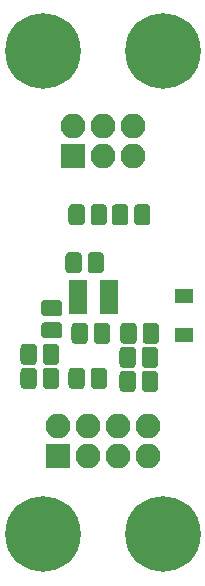
<source format=gbr>
G04 #@! TF.GenerationSoftware,KiCad,Pcbnew,(6.0.0-rc1-dev-205-gc0615c5ef)*
G04 #@! TF.CreationDate,2019-09-04T07:24:19+02:00*
G04 #@! TF.ProjectId,LT3483,4C54333438332E6B696361645F706362,v01*
G04 #@! TF.SameCoordinates,Original*
G04 #@! TF.FileFunction,Soldermask,Top*
G04 #@! TF.FilePolarity,Negative*
%FSLAX46Y46*%
G04 Gerber Fmt 4.6, Leading zero omitted, Abs format (unit mm)*
G04 Created by KiCad (PCBNEW (6.0.0-rc1-dev-205-gc0615c5ef)) date 09/04/19 07:24:19*
%MOMM*%
%LPD*%
G01*
G04 APERTURE LIST*
%ADD10R,1.600000X1.300000*%
%ADD11R,1.620000X1.050000*%
%ADD12C,0.100000*%
%ADD13C,1.375000*%
%ADD14C,6.400000*%
%ADD15R,2.100000X2.100000*%
%ADD16O,2.100000X2.100000*%
G04 APERTURE END LIST*
D10*
G04 #@! TO.C,D1*
X184658000Y-112142000D03*
X184658000Y-115442000D03*
G04 #@! TD*
D11*
G04 #@! TO.C,U1*
X175728000Y-111318000D03*
X175728000Y-112268000D03*
X175728000Y-113218000D03*
X178348000Y-113218000D03*
X178348000Y-112268000D03*
X178348000Y-111318000D03*
G04 #@! TD*
D12*
G04 #@! TO.C,C4*
G36*
X174071943Y-114376155D02*
X174105312Y-114381105D01*
X174138035Y-114389302D01*
X174169797Y-114400666D01*
X174200293Y-114415090D01*
X174229227Y-114432432D01*
X174256323Y-114452528D01*
X174281318Y-114475182D01*
X174303972Y-114500177D01*
X174324068Y-114527273D01*
X174341410Y-114556207D01*
X174355834Y-114586703D01*
X174367198Y-114618465D01*
X174375395Y-114651188D01*
X174380345Y-114684557D01*
X174382000Y-114718250D01*
X174382000Y-115405750D01*
X174380345Y-115439443D01*
X174375395Y-115472812D01*
X174367198Y-115505535D01*
X174355834Y-115537297D01*
X174341410Y-115567793D01*
X174324068Y-115596727D01*
X174303972Y-115623823D01*
X174281318Y-115648818D01*
X174256323Y-115671472D01*
X174229227Y-115691568D01*
X174200293Y-115708910D01*
X174169797Y-115723334D01*
X174138035Y-115734698D01*
X174105312Y-115742895D01*
X174071943Y-115747845D01*
X174038250Y-115749500D01*
X172925750Y-115749500D01*
X172892057Y-115747845D01*
X172858688Y-115742895D01*
X172825965Y-115734698D01*
X172794203Y-115723334D01*
X172763707Y-115708910D01*
X172734773Y-115691568D01*
X172707677Y-115671472D01*
X172682682Y-115648818D01*
X172660028Y-115623823D01*
X172639932Y-115596727D01*
X172622590Y-115567793D01*
X172608166Y-115537297D01*
X172596802Y-115505535D01*
X172588605Y-115472812D01*
X172583655Y-115439443D01*
X172582000Y-115405750D01*
X172582000Y-114718250D01*
X172583655Y-114684557D01*
X172588605Y-114651188D01*
X172596802Y-114618465D01*
X172608166Y-114586703D01*
X172622590Y-114556207D01*
X172639932Y-114527273D01*
X172660028Y-114500177D01*
X172682682Y-114475182D01*
X172707677Y-114452528D01*
X172734773Y-114432432D01*
X172763707Y-114415090D01*
X172794203Y-114400666D01*
X172825965Y-114389302D01*
X172858688Y-114381105D01*
X172892057Y-114376155D01*
X172925750Y-114374500D01*
X174038250Y-114374500D01*
X174071943Y-114376155D01*
X174071943Y-114376155D01*
G37*
D13*
X173482000Y-115062000D03*
D12*
G36*
X174071943Y-112501155D02*
X174105312Y-112506105D01*
X174138035Y-112514302D01*
X174169797Y-112525666D01*
X174200293Y-112540090D01*
X174229227Y-112557432D01*
X174256323Y-112577528D01*
X174281318Y-112600182D01*
X174303972Y-112625177D01*
X174324068Y-112652273D01*
X174341410Y-112681207D01*
X174355834Y-112711703D01*
X174367198Y-112743465D01*
X174375395Y-112776188D01*
X174380345Y-112809557D01*
X174382000Y-112843250D01*
X174382000Y-113530750D01*
X174380345Y-113564443D01*
X174375395Y-113597812D01*
X174367198Y-113630535D01*
X174355834Y-113662297D01*
X174341410Y-113692793D01*
X174324068Y-113721727D01*
X174303972Y-113748823D01*
X174281318Y-113773818D01*
X174256323Y-113796472D01*
X174229227Y-113816568D01*
X174200293Y-113833910D01*
X174169797Y-113848334D01*
X174138035Y-113859698D01*
X174105312Y-113867895D01*
X174071943Y-113872845D01*
X174038250Y-113874500D01*
X172925750Y-113874500D01*
X172892057Y-113872845D01*
X172858688Y-113867895D01*
X172825965Y-113859698D01*
X172794203Y-113848334D01*
X172763707Y-113833910D01*
X172734773Y-113816568D01*
X172707677Y-113796472D01*
X172682682Y-113773818D01*
X172660028Y-113748823D01*
X172639932Y-113721727D01*
X172622590Y-113692793D01*
X172608166Y-113662297D01*
X172596802Y-113630535D01*
X172588605Y-113597812D01*
X172583655Y-113564443D01*
X172582000Y-113530750D01*
X172582000Y-112843250D01*
X172583655Y-112809557D01*
X172588605Y-112776188D01*
X172596802Y-112743465D01*
X172608166Y-112711703D01*
X172622590Y-112681207D01*
X172639932Y-112652273D01*
X172660028Y-112625177D01*
X172682682Y-112600182D01*
X172707677Y-112577528D01*
X172734773Y-112557432D01*
X172763707Y-112540090D01*
X172794203Y-112525666D01*
X172825965Y-112514302D01*
X172858688Y-112506105D01*
X172892057Y-112501155D01*
X172925750Y-112499500D01*
X174038250Y-112499500D01*
X174071943Y-112501155D01*
X174071943Y-112501155D01*
G37*
D13*
X173482000Y-113187000D03*
G04 #@! TD*
D12*
G04 #@! TO.C,C2*
G36*
X179652943Y-104384655D02*
X179686312Y-104389605D01*
X179719035Y-104397802D01*
X179750797Y-104409166D01*
X179781293Y-104423590D01*
X179810227Y-104440932D01*
X179837323Y-104461028D01*
X179862318Y-104483682D01*
X179884972Y-104508677D01*
X179905068Y-104535773D01*
X179922410Y-104564707D01*
X179936834Y-104595203D01*
X179948198Y-104626965D01*
X179956395Y-104659688D01*
X179961345Y-104693057D01*
X179963000Y-104726750D01*
X179963000Y-105839250D01*
X179961345Y-105872943D01*
X179956395Y-105906312D01*
X179948198Y-105939035D01*
X179936834Y-105970797D01*
X179922410Y-106001293D01*
X179905068Y-106030227D01*
X179884972Y-106057323D01*
X179862318Y-106082318D01*
X179837323Y-106104972D01*
X179810227Y-106125068D01*
X179781293Y-106142410D01*
X179750797Y-106156834D01*
X179719035Y-106168198D01*
X179686312Y-106176395D01*
X179652943Y-106181345D01*
X179619250Y-106183000D01*
X178931750Y-106183000D01*
X178898057Y-106181345D01*
X178864688Y-106176395D01*
X178831965Y-106168198D01*
X178800203Y-106156834D01*
X178769707Y-106142410D01*
X178740773Y-106125068D01*
X178713677Y-106104972D01*
X178688682Y-106082318D01*
X178666028Y-106057323D01*
X178645932Y-106030227D01*
X178628590Y-106001293D01*
X178614166Y-105970797D01*
X178602802Y-105939035D01*
X178594605Y-105906312D01*
X178589655Y-105872943D01*
X178588000Y-105839250D01*
X178588000Y-104726750D01*
X178589655Y-104693057D01*
X178594605Y-104659688D01*
X178602802Y-104626965D01*
X178614166Y-104595203D01*
X178628590Y-104564707D01*
X178645932Y-104535773D01*
X178666028Y-104508677D01*
X178688682Y-104483682D01*
X178713677Y-104461028D01*
X178740773Y-104440932D01*
X178769707Y-104423590D01*
X178800203Y-104409166D01*
X178831965Y-104397802D01*
X178864688Y-104389605D01*
X178898057Y-104384655D01*
X178931750Y-104383000D01*
X179619250Y-104383000D01*
X179652943Y-104384655D01*
X179652943Y-104384655D01*
G37*
D13*
X179275500Y-105283000D03*
D12*
G36*
X181527943Y-104384655D02*
X181561312Y-104389605D01*
X181594035Y-104397802D01*
X181625797Y-104409166D01*
X181656293Y-104423590D01*
X181685227Y-104440932D01*
X181712323Y-104461028D01*
X181737318Y-104483682D01*
X181759972Y-104508677D01*
X181780068Y-104535773D01*
X181797410Y-104564707D01*
X181811834Y-104595203D01*
X181823198Y-104626965D01*
X181831395Y-104659688D01*
X181836345Y-104693057D01*
X181838000Y-104726750D01*
X181838000Y-105839250D01*
X181836345Y-105872943D01*
X181831395Y-105906312D01*
X181823198Y-105939035D01*
X181811834Y-105970797D01*
X181797410Y-106001293D01*
X181780068Y-106030227D01*
X181759972Y-106057323D01*
X181737318Y-106082318D01*
X181712323Y-106104972D01*
X181685227Y-106125068D01*
X181656293Y-106142410D01*
X181625797Y-106156834D01*
X181594035Y-106168198D01*
X181561312Y-106176395D01*
X181527943Y-106181345D01*
X181494250Y-106183000D01*
X180806750Y-106183000D01*
X180773057Y-106181345D01*
X180739688Y-106176395D01*
X180706965Y-106168198D01*
X180675203Y-106156834D01*
X180644707Y-106142410D01*
X180615773Y-106125068D01*
X180588677Y-106104972D01*
X180563682Y-106082318D01*
X180541028Y-106057323D01*
X180520932Y-106030227D01*
X180503590Y-106001293D01*
X180489166Y-105970797D01*
X180477802Y-105939035D01*
X180469605Y-105906312D01*
X180464655Y-105872943D01*
X180463000Y-105839250D01*
X180463000Y-104726750D01*
X180464655Y-104693057D01*
X180469605Y-104659688D01*
X180477802Y-104626965D01*
X180489166Y-104595203D01*
X180503590Y-104564707D01*
X180520932Y-104535773D01*
X180541028Y-104508677D01*
X180563682Y-104483682D01*
X180588677Y-104461028D01*
X180615773Y-104440932D01*
X180644707Y-104423590D01*
X180675203Y-104409166D01*
X180706965Y-104397802D01*
X180739688Y-104389605D01*
X180773057Y-104384655D01*
X180806750Y-104383000D01*
X181494250Y-104383000D01*
X181527943Y-104384655D01*
X181527943Y-104384655D01*
G37*
D13*
X181150500Y-105283000D03*
G04 #@! TD*
D12*
G04 #@! TO.C,C7*
G36*
X180287943Y-116449655D02*
X180321312Y-116454605D01*
X180354035Y-116462802D01*
X180385797Y-116474166D01*
X180416293Y-116488590D01*
X180445227Y-116505932D01*
X180472323Y-116526028D01*
X180497318Y-116548682D01*
X180519972Y-116573677D01*
X180540068Y-116600773D01*
X180557410Y-116629707D01*
X180571834Y-116660203D01*
X180583198Y-116691965D01*
X180591395Y-116724688D01*
X180596345Y-116758057D01*
X180598000Y-116791750D01*
X180598000Y-117904250D01*
X180596345Y-117937943D01*
X180591395Y-117971312D01*
X180583198Y-118004035D01*
X180571834Y-118035797D01*
X180557410Y-118066293D01*
X180540068Y-118095227D01*
X180519972Y-118122323D01*
X180497318Y-118147318D01*
X180472323Y-118169972D01*
X180445227Y-118190068D01*
X180416293Y-118207410D01*
X180385797Y-118221834D01*
X180354035Y-118233198D01*
X180321312Y-118241395D01*
X180287943Y-118246345D01*
X180254250Y-118248000D01*
X179566750Y-118248000D01*
X179533057Y-118246345D01*
X179499688Y-118241395D01*
X179466965Y-118233198D01*
X179435203Y-118221834D01*
X179404707Y-118207410D01*
X179375773Y-118190068D01*
X179348677Y-118169972D01*
X179323682Y-118147318D01*
X179301028Y-118122323D01*
X179280932Y-118095227D01*
X179263590Y-118066293D01*
X179249166Y-118035797D01*
X179237802Y-118004035D01*
X179229605Y-117971312D01*
X179224655Y-117937943D01*
X179223000Y-117904250D01*
X179223000Y-116791750D01*
X179224655Y-116758057D01*
X179229605Y-116724688D01*
X179237802Y-116691965D01*
X179249166Y-116660203D01*
X179263590Y-116629707D01*
X179280932Y-116600773D01*
X179301028Y-116573677D01*
X179323682Y-116548682D01*
X179348677Y-116526028D01*
X179375773Y-116505932D01*
X179404707Y-116488590D01*
X179435203Y-116474166D01*
X179466965Y-116462802D01*
X179499688Y-116454605D01*
X179533057Y-116449655D01*
X179566750Y-116448000D01*
X180254250Y-116448000D01*
X180287943Y-116449655D01*
X180287943Y-116449655D01*
G37*
D13*
X179910500Y-117348000D03*
D12*
G36*
X182162943Y-116449655D02*
X182196312Y-116454605D01*
X182229035Y-116462802D01*
X182260797Y-116474166D01*
X182291293Y-116488590D01*
X182320227Y-116505932D01*
X182347323Y-116526028D01*
X182372318Y-116548682D01*
X182394972Y-116573677D01*
X182415068Y-116600773D01*
X182432410Y-116629707D01*
X182446834Y-116660203D01*
X182458198Y-116691965D01*
X182466395Y-116724688D01*
X182471345Y-116758057D01*
X182473000Y-116791750D01*
X182473000Y-117904250D01*
X182471345Y-117937943D01*
X182466395Y-117971312D01*
X182458198Y-118004035D01*
X182446834Y-118035797D01*
X182432410Y-118066293D01*
X182415068Y-118095227D01*
X182394972Y-118122323D01*
X182372318Y-118147318D01*
X182347323Y-118169972D01*
X182320227Y-118190068D01*
X182291293Y-118207410D01*
X182260797Y-118221834D01*
X182229035Y-118233198D01*
X182196312Y-118241395D01*
X182162943Y-118246345D01*
X182129250Y-118248000D01*
X181441750Y-118248000D01*
X181408057Y-118246345D01*
X181374688Y-118241395D01*
X181341965Y-118233198D01*
X181310203Y-118221834D01*
X181279707Y-118207410D01*
X181250773Y-118190068D01*
X181223677Y-118169972D01*
X181198682Y-118147318D01*
X181176028Y-118122323D01*
X181155932Y-118095227D01*
X181138590Y-118066293D01*
X181124166Y-118035797D01*
X181112802Y-118004035D01*
X181104605Y-117971312D01*
X181099655Y-117937943D01*
X181098000Y-117904250D01*
X181098000Y-116791750D01*
X181099655Y-116758057D01*
X181104605Y-116724688D01*
X181112802Y-116691965D01*
X181124166Y-116660203D01*
X181138590Y-116629707D01*
X181155932Y-116600773D01*
X181176028Y-116573677D01*
X181198682Y-116548682D01*
X181223677Y-116526028D01*
X181250773Y-116505932D01*
X181279707Y-116488590D01*
X181310203Y-116474166D01*
X181341965Y-116462802D01*
X181374688Y-116454605D01*
X181408057Y-116449655D01*
X181441750Y-116448000D01*
X182129250Y-116448000D01*
X182162943Y-116449655D01*
X182162943Y-116449655D01*
G37*
D13*
X181785500Y-117348000D03*
G04 #@! TD*
D12*
G04 #@! TO.C,C6*
G36*
X171905943Y-118227655D02*
X171939312Y-118232605D01*
X171972035Y-118240802D01*
X172003797Y-118252166D01*
X172034293Y-118266590D01*
X172063227Y-118283932D01*
X172090323Y-118304028D01*
X172115318Y-118326682D01*
X172137972Y-118351677D01*
X172158068Y-118378773D01*
X172175410Y-118407707D01*
X172189834Y-118438203D01*
X172201198Y-118469965D01*
X172209395Y-118502688D01*
X172214345Y-118536057D01*
X172216000Y-118569750D01*
X172216000Y-119682250D01*
X172214345Y-119715943D01*
X172209395Y-119749312D01*
X172201198Y-119782035D01*
X172189834Y-119813797D01*
X172175410Y-119844293D01*
X172158068Y-119873227D01*
X172137972Y-119900323D01*
X172115318Y-119925318D01*
X172090323Y-119947972D01*
X172063227Y-119968068D01*
X172034293Y-119985410D01*
X172003797Y-119999834D01*
X171972035Y-120011198D01*
X171939312Y-120019395D01*
X171905943Y-120024345D01*
X171872250Y-120026000D01*
X171184750Y-120026000D01*
X171151057Y-120024345D01*
X171117688Y-120019395D01*
X171084965Y-120011198D01*
X171053203Y-119999834D01*
X171022707Y-119985410D01*
X170993773Y-119968068D01*
X170966677Y-119947972D01*
X170941682Y-119925318D01*
X170919028Y-119900323D01*
X170898932Y-119873227D01*
X170881590Y-119844293D01*
X170867166Y-119813797D01*
X170855802Y-119782035D01*
X170847605Y-119749312D01*
X170842655Y-119715943D01*
X170841000Y-119682250D01*
X170841000Y-118569750D01*
X170842655Y-118536057D01*
X170847605Y-118502688D01*
X170855802Y-118469965D01*
X170867166Y-118438203D01*
X170881590Y-118407707D01*
X170898932Y-118378773D01*
X170919028Y-118351677D01*
X170941682Y-118326682D01*
X170966677Y-118304028D01*
X170993773Y-118283932D01*
X171022707Y-118266590D01*
X171053203Y-118252166D01*
X171084965Y-118240802D01*
X171117688Y-118232605D01*
X171151057Y-118227655D01*
X171184750Y-118226000D01*
X171872250Y-118226000D01*
X171905943Y-118227655D01*
X171905943Y-118227655D01*
G37*
D13*
X171528500Y-119126000D03*
D12*
G36*
X173780943Y-118227655D02*
X173814312Y-118232605D01*
X173847035Y-118240802D01*
X173878797Y-118252166D01*
X173909293Y-118266590D01*
X173938227Y-118283932D01*
X173965323Y-118304028D01*
X173990318Y-118326682D01*
X174012972Y-118351677D01*
X174033068Y-118378773D01*
X174050410Y-118407707D01*
X174064834Y-118438203D01*
X174076198Y-118469965D01*
X174084395Y-118502688D01*
X174089345Y-118536057D01*
X174091000Y-118569750D01*
X174091000Y-119682250D01*
X174089345Y-119715943D01*
X174084395Y-119749312D01*
X174076198Y-119782035D01*
X174064834Y-119813797D01*
X174050410Y-119844293D01*
X174033068Y-119873227D01*
X174012972Y-119900323D01*
X173990318Y-119925318D01*
X173965323Y-119947972D01*
X173938227Y-119968068D01*
X173909293Y-119985410D01*
X173878797Y-119999834D01*
X173847035Y-120011198D01*
X173814312Y-120019395D01*
X173780943Y-120024345D01*
X173747250Y-120026000D01*
X173059750Y-120026000D01*
X173026057Y-120024345D01*
X172992688Y-120019395D01*
X172959965Y-120011198D01*
X172928203Y-119999834D01*
X172897707Y-119985410D01*
X172868773Y-119968068D01*
X172841677Y-119947972D01*
X172816682Y-119925318D01*
X172794028Y-119900323D01*
X172773932Y-119873227D01*
X172756590Y-119844293D01*
X172742166Y-119813797D01*
X172730802Y-119782035D01*
X172722605Y-119749312D01*
X172717655Y-119715943D01*
X172716000Y-119682250D01*
X172716000Y-118569750D01*
X172717655Y-118536057D01*
X172722605Y-118502688D01*
X172730802Y-118469965D01*
X172742166Y-118438203D01*
X172756590Y-118407707D01*
X172773932Y-118378773D01*
X172794028Y-118351677D01*
X172816682Y-118326682D01*
X172841677Y-118304028D01*
X172868773Y-118283932D01*
X172897707Y-118266590D01*
X172928203Y-118252166D01*
X172959965Y-118240802D01*
X172992688Y-118232605D01*
X173026057Y-118227655D01*
X173059750Y-118226000D01*
X173747250Y-118226000D01*
X173780943Y-118227655D01*
X173780943Y-118227655D01*
G37*
D13*
X173403500Y-119126000D03*
G04 #@! TD*
D12*
G04 #@! TO.C,R3*
G36*
X175969943Y-118227655D02*
X176003312Y-118232605D01*
X176036035Y-118240802D01*
X176067797Y-118252166D01*
X176098293Y-118266590D01*
X176127227Y-118283932D01*
X176154323Y-118304028D01*
X176179318Y-118326682D01*
X176201972Y-118351677D01*
X176222068Y-118378773D01*
X176239410Y-118407707D01*
X176253834Y-118438203D01*
X176265198Y-118469965D01*
X176273395Y-118502688D01*
X176278345Y-118536057D01*
X176280000Y-118569750D01*
X176280000Y-119682250D01*
X176278345Y-119715943D01*
X176273395Y-119749312D01*
X176265198Y-119782035D01*
X176253834Y-119813797D01*
X176239410Y-119844293D01*
X176222068Y-119873227D01*
X176201972Y-119900323D01*
X176179318Y-119925318D01*
X176154323Y-119947972D01*
X176127227Y-119968068D01*
X176098293Y-119985410D01*
X176067797Y-119999834D01*
X176036035Y-120011198D01*
X176003312Y-120019395D01*
X175969943Y-120024345D01*
X175936250Y-120026000D01*
X175248750Y-120026000D01*
X175215057Y-120024345D01*
X175181688Y-120019395D01*
X175148965Y-120011198D01*
X175117203Y-119999834D01*
X175086707Y-119985410D01*
X175057773Y-119968068D01*
X175030677Y-119947972D01*
X175005682Y-119925318D01*
X174983028Y-119900323D01*
X174962932Y-119873227D01*
X174945590Y-119844293D01*
X174931166Y-119813797D01*
X174919802Y-119782035D01*
X174911605Y-119749312D01*
X174906655Y-119715943D01*
X174905000Y-119682250D01*
X174905000Y-118569750D01*
X174906655Y-118536057D01*
X174911605Y-118502688D01*
X174919802Y-118469965D01*
X174931166Y-118438203D01*
X174945590Y-118407707D01*
X174962932Y-118378773D01*
X174983028Y-118351677D01*
X175005682Y-118326682D01*
X175030677Y-118304028D01*
X175057773Y-118283932D01*
X175086707Y-118266590D01*
X175117203Y-118252166D01*
X175148965Y-118240802D01*
X175181688Y-118232605D01*
X175215057Y-118227655D01*
X175248750Y-118226000D01*
X175936250Y-118226000D01*
X175969943Y-118227655D01*
X175969943Y-118227655D01*
G37*
D13*
X175592500Y-119126000D03*
D12*
G36*
X177844943Y-118227655D02*
X177878312Y-118232605D01*
X177911035Y-118240802D01*
X177942797Y-118252166D01*
X177973293Y-118266590D01*
X178002227Y-118283932D01*
X178029323Y-118304028D01*
X178054318Y-118326682D01*
X178076972Y-118351677D01*
X178097068Y-118378773D01*
X178114410Y-118407707D01*
X178128834Y-118438203D01*
X178140198Y-118469965D01*
X178148395Y-118502688D01*
X178153345Y-118536057D01*
X178155000Y-118569750D01*
X178155000Y-119682250D01*
X178153345Y-119715943D01*
X178148395Y-119749312D01*
X178140198Y-119782035D01*
X178128834Y-119813797D01*
X178114410Y-119844293D01*
X178097068Y-119873227D01*
X178076972Y-119900323D01*
X178054318Y-119925318D01*
X178029323Y-119947972D01*
X178002227Y-119968068D01*
X177973293Y-119985410D01*
X177942797Y-119999834D01*
X177911035Y-120011198D01*
X177878312Y-120019395D01*
X177844943Y-120024345D01*
X177811250Y-120026000D01*
X177123750Y-120026000D01*
X177090057Y-120024345D01*
X177056688Y-120019395D01*
X177023965Y-120011198D01*
X176992203Y-119999834D01*
X176961707Y-119985410D01*
X176932773Y-119968068D01*
X176905677Y-119947972D01*
X176880682Y-119925318D01*
X176858028Y-119900323D01*
X176837932Y-119873227D01*
X176820590Y-119844293D01*
X176806166Y-119813797D01*
X176794802Y-119782035D01*
X176786605Y-119749312D01*
X176781655Y-119715943D01*
X176780000Y-119682250D01*
X176780000Y-118569750D01*
X176781655Y-118536057D01*
X176786605Y-118502688D01*
X176794802Y-118469965D01*
X176806166Y-118438203D01*
X176820590Y-118407707D01*
X176837932Y-118378773D01*
X176858028Y-118351677D01*
X176880682Y-118326682D01*
X176905677Y-118304028D01*
X176932773Y-118283932D01*
X176961707Y-118266590D01*
X176992203Y-118252166D01*
X177023965Y-118240802D01*
X177056688Y-118232605D01*
X177090057Y-118227655D01*
X177123750Y-118226000D01*
X177811250Y-118226000D01*
X177844943Y-118227655D01*
X177844943Y-118227655D01*
G37*
D13*
X177467500Y-119126000D03*
G04 #@! TD*
D12*
G04 #@! TO.C,R2*
G36*
X176223943Y-114417655D02*
X176257312Y-114422605D01*
X176290035Y-114430802D01*
X176321797Y-114442166D01*
X176352293Y-114456590D01*
X176381227Y-114473932D01*
X176408323Y-114494028D01*
X176433318Y-114516682D01*
X176455972Y-114541677D01*
X176476068Y-114568773D01*
X176493410Y-114597707D01*
X176507834Y-114628203D01*
X176519198Y-114659965D01*
X176527395Y-114692688D01*
X176532345Y-114726057D01*
X176534000Y-114759750D01*
X176534000Y-115872250D01*
X176532345Y-115905943D01*
X176527395Y-115939312D01*
X176519198Y-115972035D01*
X176507834Y-116003797D01*
X176493410Y-116034293D01*
X176476068Y-116063227D01*
X176455972Y-116090323D01*
X176433318Y-116115318D01*
X176408323Y-116137972D01*
X176381227Y-116158068D01*
X176352293Y-116175410D01*
X176321797Y-116189834D01*
X176290035Y-116201198D01*
X176257312Y-116209395D01*
X176223943Y-116214345D01*
X176190250Y-116216000D01*
X175502750Y-116216000D01*
X175469057Y-116214345D01*
X175435688Y-116209395D01*
X175402965Y-116201198D01*
X175371203Y-116189834D01*
X175340707Y-116175410D01*
X175311773Y-116158068D01*
X175284677Y-116137972D01*
X175259682Y-116115318D01*
X175237028Y-116090323D01*
X175216932Y-116063227D01*
X175199590Y-116034293D01*
X175185166Y-116003797D01*
X175173802Y-115972035D01*
X175165605Y-115939312D01*
X175160655Y-115905943D01*
X175159000Y-115872250D01*
X175159000Y-114759750D01*
X175160655Y-114726057D01*
X175165605Y-114692688D01*
X175173802Y-114659965D01*
X175185166Y-114628203D01*
X175199590Y-114597707D01*
X175216932Y-114568773D01*
X175237028Y-114541677D01*
X175259682Y-114516682D01*
X175284677Y-114494028D01*
X175311773Y-114473932D01*
X175340707Y-114456590D01*
X175371203Y-114442166D01*
X175402965Y-114430802D01*
X175435688Y-114422605D01*
X175469057Y-114417655D01*
X175502750Y-114416000D01*
X176190250Y-114416000D01*
X176223943Y-114417655D01*
X176223943Y-114417655D01*
G37*
D13*
X175846500Y-115316000D03*
D12*
G36*
X178098943Y-114417655D02*
X178132312Y-114422605D01*
X178165035Y-114430802D01*
X178196797Y-114442166D01*
X178227293Y-114456590D01*
X178256227Y-114473932D01*
X178283323Y-114494028D01*
X178308318Y-114516682D01*
X178330972Y-114541677D01*
X178351068Y-114568773D01*
X178368410Y-114597707D01*
X178382834Y-114628203D01*
X178394198Y-114659965D01*
X178402395Y-114692688D01*
X178407345Y-114726057D01*
X178409000Y-114759750D01*
X178409000Y-115872250D01*
X178407345Y-115905943D01*
X178402395Y-115939312D01*
X178394198Y-115972035D01*
X178382834Y-116003797D01*
X178368410Y-116034293D01*
X178351068Y-116063227D01*
X178330972Y-116090323D01*
X178308318Y-116115318D01*
X178283323Y-116137972D01*
X178256227Y-116158068D01*
X178227293Y-116175410D01*
X178196797Y-116189834D01*
X178165035Y-116201198D01*
X178132312Y-116209395D01*
X178098943Y-116214345D01*
X178065250Y-116216000D01*
X177377750Y-116216000D01*
X177344057Y-116214345D01*
X177310688Y-116209395D01*
X177277965Y-116201198D01*
X177246203Y-116189834D01*
X177215707Y-116175410D01*
X177186773Y-116158068D01*
X177159677Y-116137972D01*
X177134682Y-116115318D01*
X177112028Y-116090323D01*
X177091932Y-116063227D01*
X177074590Y-116034293D01*
X177060166Y-116003797D01*
X177048802Y-115972035D01*
X177040605Y-115939312D01*
X177035655Y-115905943D01*
X177034000Y-115872250D01*
X177034000Y-114759750D01*
X177035655Y-114726057D01*
X177040605Y-114692688D01*
X177048802Y-114659965D01*
X177060166Y-114628203D01*
X177074590Y-114597707D01*
X177091932Y-114568773D01*
X177112028Y-114541677D01*
X177134682Y-114516682D01*
X177159677Y-114494028D01*
X177186773Y-114473932D01*
X177215707Y-114456590D01*
X177246203Y-114442166D01*
X177277965Y-114430802D01*
X177310688Y-114422605D01*
X177344057Y-114417655D01*
X177377750Y-114416000D01*
X178065250Y-114416000D01*
X178098943Y-114417655D01*
X178098943Y-114417655D01*
G37*
D13*
X177721500Y-115316000D03*
G04 #@! TD*
D12*
G04 #@! TO.C,C1*
G36*
X175969943Y-104384655D02*
X176003312Y-104389605D01*
X176036035Y-104397802D01*
X176067797Y-104409166D01*
X176098293Y-104423590D01*
X176127227Y-104440932D01*
X176154323Y-104461028D01*
X176179318Y-104483682D01*
X176201972Y-104508677D01*
X176222068Y-104535773D01*
X176239410Y-104564707D01*
X176253834Y-104595203D01*
X176265198Y-104626965D01*
X176273395Y-104659688D01*
X176278345Y-104693057D01*
X176280000Y-104726750D01*
X176280000Y-105839250D01*
X176278345Y-105872943D01*
X176273395Y-105906312D01*
X176265198Y-105939035D01*
X176253834Y-105970797D01*
X176239410Y-106001293D01*
X176222068Y-106030227D01*
X176201972Y-106057323D01*
X176179318Y-106082318D01*
X176154323Y-106104972D01*
X176127227Y-106125068D01*
X176098293Y-106142410D01*
X176067797Y-106156834D01*
X176036035Y-106168198D01*
X176003312Y-106176395D01*
X175969943Y-106181345D01*
X175936250Y-106183000D01*
X175248750Y-106183000D01*
X175215057Y-106181345D01*
X175181688Y-106176395D01*
X175148965Y-106168198D01*
X175117203Y-106156834D01*
X175086707Y-106142410D01*
X175057773Y-106125068D01*
X175030677Y-106104972D01*
X175005682Y-106082318D01*
X174983028Y-106057323D01*
X174962932Y-106030227D01*
X174945590Y-106001293D01*
X174931166Y-105970797D01*
X174919802Y-105939035D01*
X174911605Y-105906312D01*
X174906655Y-105872943D01*
X174905000Y-105839250D01*
X174905000Y-104726750D01*
X174906655Y-104693057D01*
X174911605Y-104659688D01*
X174919802Y-104626965D01*
X174931166Y-104595203D01*
X174945590Y-104564707D01*
X174962932Y-104535773D01*
X174983028Y-104508677D01*
X175005682Y-104483682D01*
X175030677Y-104461028D01*
X175057773Y-104440932D01*
X175086707Y-104423590D01*
X175117203Y-104409166D01*
X175148965Y-104397802D01*
X175181688Y-104389605D01*
X175215057Y-104384655D01*
X175248750Y-104383000D01*
X175936250Y-104383000D01*
X175969943Y-104384655D01*
X175969943Y-104384655D01*
G37*
D13*
X175592500Y-105283000D03*
D12*
G36*
X177844943Y-104384655D02*
X177878312Y-104389605D01*
X177911035Y-104397802D01*
X177942797Y-104409166D01*
X177973293Y-104423590D01*
X178002227Y-104440932D01*
X178029323Y-104461028D01*
X178054318Y-104483682D01*
X178076972Y-104508677D01*
X178097068Y-104535773D01*
X178114410Y-104564707D01*
X178128834Y-104595203D01*
X178140198Y-104626965D01*
X178148395Y-104659688D01*
X178153345Y-104693057D01*
X178155000Y-104726750D01*
X178155000Y-105839250D01*
X178153345Y-105872943D01*
X178148395Y-105906312D01*
X178140198Y-105939035D01*
X178128834Y-105970797D01*
X178114410Y-106001293D01*
X178097068Y-106030227D01*
X178076972Y-106057323D01*
X178054318Y-106082318D01*
X178029323Y-106104972D01*
X178002227Y-106125068D01*
X177973293Y-106142410D01*
X177942797Y-106156834D01*
X177911035Y-106168198D01*
X177878312Y-106176395D01*
X177844943Y-106181345D01*
X177811250Y-106183000D01*
X177123750Y-106183000D01*
X177090057Y-106181345D01*
X177056688Y-106176395D01*
X177023965Y-106168198D01*
X176992203Y-106156834D01*
X176961707Y-106142410D01*
X176932773Y-106125068D01*
X176905677Y-106104972D01*
X176880682Y-106082318D01*
X176858028Y-106057323D01*
X176837932Y-106030227D01*
X176820590Y-106001293D01*
X176806166Y-105970797D01*
X176794802Y-105939035D01*
X176786605Y-105906312D01*
X176781655Y-105872943D01*
X176780000Y-105839250D01*
X176780000Y-104726750D01*
X176781655Y-104693057D01*
X176786605Y-104659688D01*
X176794802Y-104626965D01*
X176806166Y-104595203D01*
X176820590Y-104564707D01*
X176837932Y-104535773D01*
X176858028Y-104508677D01*
X176880682Y-104483682D01*
X176905677Y-104461028D01*
X176932773Y-104440932D01*
X176961707Y-104423590D01*
X176992203Y-104409166D01*
X177023965Y-104397802D01*
X177056688Y-104389605D01*
X177090057Y-104384655D01*
X177123750Y-104383000D01*
X177811250Y-104383000D01*
X177844943Y-104384655D01*
X177844943Y-104384655D01*
G37*
D13*
X177467500Y-105283000D03*
G04 #@! TD*
D12*
G04 #@! TO.C,C3*
G36*
X177590943Y-108448655D02*
X177624312Y-108453605D01*
X177657035Y-108461802D01*
X177688797Y-108473166D01*
X177719293Y-108487590D01*
X177748227Y-108504932D01*
X177775323Y-108525028D01*
X177800318Y-108547682D01*
X177822972Y-108572677D01*
X177843068Y-108599773D01*
X177860410Y-108628707D01*
X177874834Y-108659203D01*
X177886198Y-108690965D01*
X177894395Y-108723688D01*
X177899345Y-108757057D01*
X177901000Y-108790750D01*
X177901000Y-109903250D01*
X177899345Y-109936943D01*
X177894395Y-109970312D01*
X177886198Y-110003035D01*
X177874834Y-110034797D01*
X177860410Y-110065293D01*
X177843068Y-110094227D01*
X177822972Y-110121323D01*
X177800318Y-110146318D01*
X177775323Y-110168972D01*
X177748227Y-110189068D01*
X177719293Y-110206410D01*
X177688797Y-110220834D01*
X177657035Y-110232198D01*
X177624312Y-110240395D01*
X177590943Y-110245345D01*
X177557250Y-110247000D01*
X176869750Y-110247000D01*
X176836057Y-110245345D01*
X176802688Y-110240395D01*
X176769965Y-110232198D01*
X176738203Y-110220834D01*
X176707707Y-110206410D01*
X176678773Y-110189068D01*
X176651677Y-110168972D01*
X176626682Y-110146318D01*
X176604028Y-110121323D01*
X176583932Y-110094227D01*
X176566590Y-110065293D01*
X176552166Y-110034797D01*
X176540802Y-110003035D01*
X176532605Y-109970312D01*
X176527655Y-109936943D01*
X176526000Y-109903250D01*
X176526000Y-108790750D01*
X176527655Y-108757057D01*
X176532605Y-108723688D01*
X176540802Y-108690965D01*
X176552166Y-108659203D01*
X176566590Y-108628707D01*
X176583932Y-108599773D01*
X176604028Y-108572677D01*
X176626682Y-108547682D01*
X176651677Y-108525028D01*
X176678773Y-108504932D01*
X176707707Y-108487590D01*
X176738203Y-108473166D01*
X176769965Y-108461802D01*
X176802688Y-108453605D01*
X176836057Y-108448655D01*
X176869750Y-108447000D01*
X177557250Y-108447000D01*
X177590943Y-108448655D01*
X177590943Y-108448655D01*
G37*
D13*
X177213500Y-109347000D03*
D12*
G36*
X175715943Y-108448655D02*
X175749312Y-108453605D01*
X175782035Y-108461802D01*
X175813797Y-108473166D01*
X175844293Y-108487590D01*
X175873227Y-108504932D01*
X175900323Y-108525028D01*
X175925318Y-108547682D01*
X175947972Y-108572677D01*
X175968068Y-108599773D01*
X175985410Y-108628707D01*
X175999834Y-108659203D01*
X176011198Y-108690965D01*
X176019395Y-108723688D01*
X176024345Y-108757057D01*
X176026000Y-108790750D01*
X176026000Y-109903250D01*
X176024345Y-109936943D01*
X176019395Y-109970312D01*
X176011198Y-110003035D01*
X175999834Y-110034797D01*
X175985410Y-110065293D01*
X175968068Y-110094227D01*
X175947972Y-110121323D01*
X175925318Y-110146318D01*
X175900323Y-110168972D01*
X175873227Y-110189068D01*
X175844293Y-110206410D01*
X175813797Y-110220834D01*
X175782035Y-110232198D01*
X175749312Y-110240395D01*
X175715943Y-110245345D01*
X175682250Y-110247000D01*
X174994750Y-110247000D01*
X174961057Y-110245345D01*
X174927688Y-110240395D01*
X174894965Y-110232198D01*
X174863203Y-110220834D01*
X174832707Y-110206410D01*
X174803773Y-110189068D01*
X174776677Y-110168972D01*
X174751682Y-110146318D01*
X174729028Y-110121323D01*
X174708932Y-110094227D01*
X174691590Y-110065293D01*
X174677166Y-110034797D01*
X174665802Y-110003035D01*
X174657605Y-109970312D01*
X174652655Y-109936943D01*
X174651000Y-109903250D01*
X174651000Y-108790750D01*
X174652655Y-108757057D01*
X174657605Y-108723688D01*
X174665802Y-108690965D01*
X174677166Y-108659203D01*
X174691590Y-108628707D01*
X174708932Y-108599773D01*
X174729028Y-108572677D01*
X174751682Y-108547682D01*
X174776677Y-108525028D01*
X174803773Y-108504932D01*
X174832707Y-108487590D01*
X174863203Y-108473166D01*
X174894965Y-108461802D01*
X174927688Y-108453605D01*
X174961057Y-108448655D01*
X174994750Y-108447000D01*
X175682250Y-108447000D01*
X175715943Y-108448655D01*
X175715943Y-108448655D01*
G37*
D13*
X175338500Y-109347000D03*
G04 #@! TD*
D12*
G04 #@! TO.C,C5*
G36*
X173780943Y-116195655D02*
X173814312Y-116200605D01*
X173847035Y-116208802D01*
X173878797Y-116220166D01*
X173909293Y-116234590D01*
X173938227Y-116251932D01*
X173965323Y-116272028D01*
X173990318Y-116294682D01*
X174012972Y-116319677D01*
X174033068Y-116346773D01*
X174050410Y-116375707D01*
X174064834Y-116406203D01*
X174076198Y-116437965D01*
X174084395Y-116470688D01*
X174089345Y-116504057D01*
X174091000Y-116537750D01*
X174091000Y-117650250D01*
X174089345Y-117683943D01*
X174084395Y-117717312D01*
X174076198Y-117750035D01*
X174064834Y-117781797D01*
X174050410Y-117812293D01*
X174033068Y-117841227D01*
X174012972Y-117868323D01*
X173990318Y-117893318D01*
X173965323Y-117915972D01*
X173938227Y-117936068D01*
X173909293Y-117953410D01*
X173878797Y-117967834D01*
X173847035Y-117979198D01*
X173814312Y-117987395D01*
X173780943Y-117992345D01*
X173747250Y-117994000D01*
X173059750Y-117994000D01*
X173026057Y-117992345D01*
X172992688Y-117987395D01*
X172959965Y-117979198D01*
X172928203Y-117967834D01*
X172897707Y-117953410D01*
X172868773Y-117936068D01*
X172841677Y-117915972D01*
X172816682Y-117893318D01*
X172794028Y-117868323D01*
X172773932Y-117841227D01*
X172756590Y-117812293D01*
X172742166Y-117781797D01*
X172730802Y-117750035D01*
X172722605Y-117717312D01*
X172717655Y-117683943D01*
X172716000Y-117650250D01*
X172716000Y-116537750D01*
X172717655Y-116504057D01*
X172722605Y-116470688D01*
X172730802Y-116437965D01*
X172742166Y-116406203D01*
X172756590Y-116375707D01*
X172773932Y-116346773D01*
X172794028Y-116319677D01*
X172816682Y-116294682D01*
X172841677Y-116272028D01*
X172868773Y-116251932D01*
X172897707Y-116234590D01*
X172928203Y-116220166D01*
X172959965Y-116208802D01*
X172992688Y-116200605D01*
X173026057Y-116195655D01*
X173059750Y-116194000D01*
X173747250Y-116194000D01*
X173780943Y-116195655D01*
X173780943Y-116195655D01*
G37*
D13*
X173403500Y-117094000D03*
D12*
G36*
X171905943Y-116195655D02*
X171939312Y-116200605D01*
X171972035Y-116208802D01*
X172003797Y-116220166D01*
X172034293Y-116234590D01*
X172063227Y-116251932D01*
X172090323Y-116272028D01*
X172115318Y-116294682D01*
X172137972Y-116319677D01*
X172158068Y-116346773D01*
X172175410Y-116375707D01*
X172189834Y-116406203D01*
X172201198Y-116437965D01*
X172209395Y-116470688D01*
X172214345Y-116504057D01*
X172216000Y-116537750D01*
X172216000Y-117650250D01*
X172214345Y-117683943D01*
X172209395Y-117717312D01*
X172201198Y-117750035D01*
X172189834Y-117781797D01*
X172175410Y-117812293D01*
X172158068Y-117841227D01*
X172137972Y-117868323D01*
X172115318Y-117893318D01*
X172090323Y-117915972D01*
X172063227Y-117936068D01*
X172034293Y-117953410D01*
X172003797Y-117967834D01*
X171972035Y-117979198D01*
X171939312Y-117987395D01*
X171905943Y-117992345D01*
X171872250Y-117994000D01*
X171184750Y-117994000D01*
X171151057Y-117992345D01*
X171117688Y-117987395D01*
X171084965Y-117979198D01*
X171053203Y-117967834D01*
X171022707Y-117953410D01*
X170993773Y-117936068D01*
X170966677Y-117915972D01*
X170941682Y-117893318D01*
X170919028Y-117868323D01*
X170898932Y-117841227D01*
X170881590Y-117812293D01*
X170867166Y-117781797D01*
X170855802Y-117750035D01*
X170847605Y-117717312D01*
X170842655Y-117683943D01*
X170841000Y-117650250D01*
X170841000Y-116537750D01*
X170842655Y-116504057D01*
X170847605Y-116470688D01*
X170855802Y-116437965D01*
X170867166Y-116406203D01*
X170881590Y-116375707D01*
X170898932Y-116346773D01*
X170919028Y-116319677D01*
X170941682Y-116294682D01*
X170966677Y-116272028D01*
X170993773Y-116251932D01*
X171022707Y-116234590D01*
X171053203Y-116220166D01*
X171084965Y-116208802D01*
X171117688Y-116200605D01*
X171151057Y-116195655D01*
X171184750Y-116194000D01*
X171872250Y-116194000D01*
X171905943Y-116195655D01*
X171905943Y-116195655D01*
G37*
D13*
X171528500Y-117094000D03*
G04 #@! TD*
D12*
G04 #@! TO.C,C8*
G36*
X182162943Y-118481655D02*
X182196312Y-118486605D01*
X182229035Y-118494802D01*
X182260797Y-118506166D01*
X182291293Y-118520590D01*
X182320227Y-118537932D01*
X182347323Y-118558028D01*
X182372318Y-118580682D01*
X182394972Y-118605677D01*
X182415068Y-118632773D01*
X182432410Y-118661707D01*
X182446834Y-118692203D01*
X182458198Y-118723965D01*
X182466395Y-118756688D01*
X182471345Y-118790057D01*
X182473000Y-118823750D01*
X182473000Y-119936250D01*
X182471345Y-119969943D01*
X182466395Y-120003312D01*
X182458198Y-120036035D01*
X182446834Y-120067797D01*
X182432410Y-120098293D01*
X182415068Y-120127227D01*
X182394972Y-120154323D01*
X182372318Y-120179318D01*
X182347323Y-120201972D01*
X182320227Y-120222068D01*
X182291293Y-120239410D01*
X182260797Y-120253834D01*
X182229035Y-120265198D01*
X182196312Y-120273395D01*
X182162943Y-120278345D01*
X182129250Y-120280000D01*
X181441750Y-120280000D01*
X181408057Y-120278345D01*
X181374688Y-120273395D01*
X181341965Y-120265198D01*
X181310203Y-120253834D01*
X181279707Y-120239410D01*
X181250773Y-120222068D01*
X181223677Y-120201972D01*
X181198682Y-120179318D01*
X181176028Y-120154323D01*
X181155932Y-120127227D01*
X181138590Y-120098293D01*
X181124166Y-120067797D01*
X181112802Y-120036035D01*
X181104605Y-120003312D01*
X181099655Y-119969943D01*
X181098000Y-119936250D01*
X181098000Y-118823750D01*
X181099655Y-118790057D01*
X181104605Y-118756688D01*
X181112802Y-118723965D01*
X181124166Y-118692203D01*
X181138590Y-118661707D01*
X181155932Y-118632773D01*
X181176028Y-118605677D01*
X181198682Y-118580682D01*
X181223677Y-118558028D01*
X181250773Y-118537932D01*
X181279707Y-118520590D01*
X181310203Y-118506166D01*
X181341965Y-118494802D01*
X181374688Y-118486605D01*
X181408057Y-118481655D01*
X181441750Y-118480000D01*
X182129250Y-118480000D01*
X182162943Y-118481655D01*
X182162943Y-118481655D01*
G37*
D13*
X181785500Y-119380000D03*
D12*
G36*
X180287943Y-118481655D02*
X180321312Y-118486605D01*
X180354035Y-118494802D01*
X180385797Y-118506166D01*
X180416293Y-118520590D01*
X180445227Y-118537932D01*
X180472323Y-118558028D01*
X180497318Y-118580682D01*
X180519972Y-118605677D01*
X180540068Y-118632773D01*
X180557410Y-118661707D01*
X180571834Y-118692203D01*
X180583198Y-118723965D01*
X180591395Y-118756688D01*
X180596345Y-118790057D01*
X180598000Y-118823750D01*
X180598000Y-119936250D01*
X180596345Y-119969943D01*
X180591395Y-120003312D01*
X180583198Y-120036035D01*
X180571834Y-120067797D01*
X180557410Y-120098293D01*
X180540068Y-120127227D01*
X180519972Y-120154323D01*
X180497318Y-120179318D01*
X180472323Y-120201972D01*
X180445227Y-120222068D01*
X180416293Y-120239410D01*
X180385797Y-120253834D01*
X180354035Y-120265198D01*
X180321312Y-120273395D01*
X180287943Y-120278345D01*
X180254250Y-120280000D01*
X179566750Y-120280000D01*
X179533057Y-120278345D01*
X179499688Y-120273395D01*
X179466965Y-120265198D01*
X179435203Y-120253834D01*
X179404707Y-120239410D01*
X179375773Y-120222068D01*
X179348677Y-120201972D01*
X179323682Y-120179318D01*
X179301028Y-120154323D01*
X179280932Y-120127227D01*
X179263590Y-120098293D01*
X179249166Y-120067797D01*
X179237802Y-120036035D01*
X179229605Y-120003312D01*
X179224655Y-119969943D01*
X179223000Y-119936250D01*
X179223000Y-118823750D01*
X179224655Y-118790057D01*
X179229605Y-118756688D01*
X179237802Y-118723965D01*
X179249166Y-118692203D01*
X179263590Y-118661707D01*
X179280932Y-118632773D01*
X179301028Y-118605677D01*
X179323682Y-118580682D01*
X179348677Y-118558028D01*
X179375773Y-118537932D01*
X179404707Y-118520590D01*
X179435203Y-118506166D01*
X179466965Y-118494802D01*
X179499688Y-118486605D01*
X179533057Y-118481655D01*
X179566750Y-118480000D01*
X180254250Y-118480000D01*
X180287943Y-118481655D01*
X180287943Y-118481655D01*
G37*
D13*
X179910500Y-119380000D03*
G04 #@! TD*
D12*
G04 #@! TO.C,R1*
G36*
X182241443Y-114417655D02*
X182274812Y-114422605D01*
X182307535Y-114430802D01*
X182339297Y-114442166D01*
X182369793Y-114456590D01*
X182398727Y-114473932D01*
X182425823Y-114494028D01*
X182450818Y-114516682D01*
X182473472Y-114541677D01*
X182493568Y-114568773D01*
X182510910Y-114597707D01*
X182525334Y-114628203D01*
X182536698Y-114659965D01*
X182544895Y-114692688D01*
X182549845Y-114726057D01*
X182551500Y-114759750D01*
X182551500Y-115872250D01*
X182549845Y-115905943D01*
X182544895Y-115939312D01*
X182536698Y-115972035D01*
X182525334Y-116003797D01*
X182510910Y-116034293D01*
X182493568Y-116063227D01*
X182473472Y-116090323D01*
X182450818Y-116115318D01*
X182425823Y-116137972D01*
X182398727Y-116158068D01*
X182369793Y-116175410D01*
X182339297Y-116189834D01*
X182307535Y-116201198D01*
X182274812Y-116209395D01*
X182241443Y-116214345D01*
X182207750Y-116216000D01*
X181520250Y-116216000D01*
X181486557Y-116214345D01*
X181453188Y-116209395D01*
X181420465Y-116201198D01*
X181388703Y-116189834D01*
X181358207Y-116175410D01*
X181329273Y-116158068D01*
X181302177Y-116137972D01*
X181277182Y-116115318D01*
X181254528Y-116090323D01*
X181234432Y-116063227D01*
X181217090Y-116034293D01*
X181202666Y-116003797D01*
X181191302Y-115972035D01*
X181183105Y-115939312D01*
X181178155Y-115905943D01*
X181176500Y-115872250D01*
X181176500Y-114759750D01*
X181178155Y-114726057D01*
X181183105Y-114692688D01*
X181191302Y-114659965D01*
X181202666Y-114628203D01*
X181217090Y-114597707D01*
X181234432Y-114568773D01*
X181254528Y-114541677D01*
X181277182Y-114516682D01*
X181302177Y-114494028D01*
X181329273Y-114473932D01*
X181358207Y-114456590D01*
X181388703Y-114442166D01*
X181420465Y-114430802D01*
X181453188Y-114422605D01*
X181486557Y-114417655D01*
X181520250Y-114416000D01*
X182207750Y-114416000D01*
X182241443Y-114417655D01*
X182241443Y-114417655D01*
G37*
D13*
X181864000Y-115316000D03*
D12*
G36*
X180366443Y-114417655D02*
X180399812Y-114422605D01*
X180432535Y-114430802D01*
X180464297Y-114442166D01*
X180494793Y-114456590D01*
X180523727Y-114473932D01*
X180550823Y-114494028D01*
X180575818Y-114516682D01*
X180598472Y-114541677D01*
X180618568Y-114568773D01*
X180635910Y-114597707D01*
X180650334Y-114628203D01*
X180661698Y-114659965D01*
X180669895Y-114692688D01*
X180674845Y-114726057D01*
X180676500Y-114759750D01*
X180676500Y-115872250D01*
X180674845Y-115905943D01*
X180669895Y-115939312D01*
X180661698Y-115972035D01*
X180650334Y-116003797D01*
X180635910Y-116034293D01*
X180618568Y-116063227D01*
X180598472Y-116090323D01*
X180575818Y-116115318D01*
X180550823Y-116137972D01*
X180523727Y-116158068D01*
X180494793Y-116175410D01*
X180464297Y-116189834D01*
X180432535Y-116201198D01*
X180399812Y-116209395D01*
X180366443Y-116214345D01*
X180332750Y-116216000D01*
X179645250Y-116216000D01*
X179611557Y-116214345D01*
X179578188Y-116209395D01*
X179545465Y-116201198D01*
X179513703Y-116189834D01*
X179483207Y-116175410D01*
X179454273Y-116158068D01*
X179427177Y-116137972D01*
X179402182Y-116115318D01*
X179379528Y-116090323D01*
X179359432Y-116063227D01*
X179342090Y-116034293D01*
X179327666Y-116003797D01*
X179316302Y-115972035D01*
X179308105Y-115939312D01*
X179303155Y-115905943D01*
X179301500Y-115872250D01*
X179301500Y-114759750D01*
X179303155Y-114726057D01*
X179308105Y-114692688D01*
X179316302Y-114659965D01*
X179327666Y-114628203D01*
X179342090Y-114597707D01*
X179359432Y-114568773D01*
X179379528Y-114541677D01*
X179402182Y-114516682D01*
X179427177Y-114494028D01*
X179454273Y-114473932D01*
X179483207Y-114456590D01*
X179513703Y-114442166D01*
X179545465Y-114430802D01*
X179578188Y-114422605D01*
X179611557Y-114417655D01*
X179645250Y-114416000D01*
X180332750Y-114416000D01*
X180366443Y-114417655D01*
X180366443Y-114417655D01*
G37*
D13*
X179989000Y-115316000D03*
G04 #@! TD*
D14*
G04 #@! TO.C,MH1*
X172720000Y-132334000D03*
G04 #@! TD*
G04 #@! TO.C,MH2*
X182880000Y-132334000D03*
G04 #@! TD*
G04 #@! TO.C,MH3*
X182880000Y-91440000D03*
G04 #@! TD*
G04 #@! TO.C,MH4*
X172720000Y-91440000D03*
G04 #@! TD*
D15*
G04 #@! TO.C,J1*
X175260000Y-100330000D03*
D16*
X175260000Y-97790000D03*
X177800000Y-100330000D03*
X177800000Y-97790000D03*
X180340000Y-100330000D03*
X180340000Y-97790000D03*
G04 #@! TD*
D15*
G04 #@! TO.C,J2*
X173990000Y-125730000D03*
D16*
X173990000Y-123190000D03*
X176530000Y-125730000D03*
X176530000Y-123190000D03*
X179070000Y-125730000D03*
X179070000Y-123190000D03*
X181610000Y-125730000D03*
X181610000Y-123190000D03*
G04 #@! TD*
M02*

</source>
